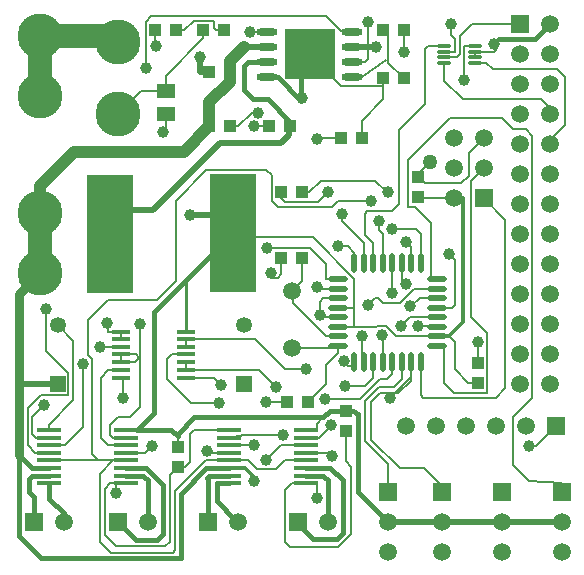
<source format=gtl>
%FSTAX23Y23*%
%MOIN*%
%SFA1B1*%

%IPPOS*%
%ADD10R,0.165350X0.165350*%
%ADD11O,0.070870X0.023620*%
%ADD12R,0.039370X0.043310*%
%ADD13R,0.059060X0.051180*%
%ADD14R,0.084650X0.015750*%
%ADD15R,0.084650X0.015750*%
%ADD16R,0.157480X0.393700*%
%ADD17R,0.043310X0.039370*%
%ADD18O,0.064960X0.021650*%
%ADD19O,0.021650X0.064960*%
%ADD20O,0.049210X0.011810*%
%ADD21R,0.064960X0.011810*%
%ADD22C,0.007870*%
%ADD23C,0.018900*%
%ADD24C,0.015750*%
%ADD25C,0.019690*%
%ADD26C,0.011810*%
%ADD27C,0.039370*%
%ADD28C,0.012600*%
%ADD29C,0.078740*%
%ADD30C,0.031500*%
%ADD31C,0.006300*%
%ADD32C,0.010000*%
%ADD33C,0.053150*%
%ADD34R,0.053150X0.053150*%
%ADD35R,0.059060X0.059060*%
%ADD36C,0.059060*%
%ADD37R,0.059060X0.059060*%
%ADD38C,0.150000*%
%ADD39C,0.059060*%
%ADD40C,0.039370*%
%ADD41C,0.050000*%
%LNpaw7-1*%
%LPD*%
G54D10*
X0304Y0476D03*
G54D11*
X02898Y04835D03*
Y04785D03*
Y04735D03*
Y04685D03*
X03181Y04835D03*
Y04785D03*
Y04735D03*
Y04685D03*
G54D12*
X0316Y03506D03*
Y03573D03*
X034Y04353D03*
Y04286D03*
X036Y03733D03*
Y03666D03*
X026Y03453D03*
Y03386D03*
G54D13*
X0256Y04562D03*
Y04637D03*
G54D14*
X02771Y03509D03*
X02171D03*
G54D15*
X02771Y03483D03*
Y03458D03*
Y03432D03*
Y03407D03*
Y03381D03*
Y03356D03*
Y0333D03*
X03028Y03509D03*
Y03483D03*
Y03458D03*
Y03432D03*
Y03407D03*
Y03381D03*
Y03356D03*
Y0333D03*
X02171Y03483D03*
Y03458D03*
Y03432D03*
Y03407D03*
Y03381D03*
Y03356D03*
Y0333D03*
X02428Y03509D03*
Y03483D03*
Y03458D03*
Y03432D03*
Y03407D03*
Y03381D03*
Y03356D03*
Y0333D03*
G54D16*
X02375Y0416D03*
X02785Y04165D03*
G54D17*
X02973Y0452D03*
X02906D03*
X02773D03*
X02706D03*
X03286Y0484D03*
X03353D03*
X03213Y0448D03*
X03146D03*
X03286Y0468D03*
X03353D03*
X02526Y0484D03*
X02593D03*
X02686D03*
X02753D03*
X02966Y036D03*
X03033D03*
X02946Y0408D03*
X03013D03*
X02946Y043D03*
X03013D03*
X02773Y047D03*
X02706D03*
G54D18*
X03134Y0401D03*
Y03978D03*
Y03947D03*
Y03915D03*
Y03884D03*
Y03852D03*
Y03821D03*
Y03789D03*
X03465D03*
Y03821D03*
Y03852D03*
Y03884D03*
Y03915D03*
Y03947D03*
Y03978D03*
Y0401D03*
G54D19*
X03189Y03734D03*
X03221D03*
X03252D03*
X03284D03*
X03315D03*
X03347D03*
X03378D03*
X0341D03*
Y04065D03*
X03378D03*
X03347D03*
X03315D03*
X03284D03*
X03252D03*
X03221D03*
X03189D03*
G54D20*
X03592Y0473D03*
Y0475D03*
Y04769D03*
Y04789D03*
X03487Y0473D03*
Y0475D03*
Y04769D03*
Y04789D03*
G54D21*
X02629Y03683D03*
Y03708D03*
Y03734D03*
Y0376D03*
Y03785D03*
Y03811D03*
Y03836D03*
X0241Y03683D03*
Y03708D03*
Y03734D03*
Y0376D03*
Y03785D03*
Y03811D03*
Y03836D03*
G54D22*
X0351Y04826D02*
Y0486D01*
Y04826D02*
X03524Y04811D01*
Y04769D02*
Y04811D01*
X03487Y04769D02*
X03524D01*
X0354Y0482D02*
X0358Y0486D01*
X0354Y0476D02*
Y0482D01*
X03259Y03949D02*
X03267D01*
X03235Y03925D02*
X03259Y03949D01*
X03267D02*
X03284Y03932D01*
X03341*
X03189Y03915D02*
Y04011D01*
X0277Y0415D02*
X02785D01*
X0305*
X034Y03855D02*
X03463D01*
X03465Y03852*
X03373Y03886D02*
X03463D01*
X03465Y03884*
X03343Y03856D02*
X03373Y03886D01*
X03375Y0392D02*
X03379D01*
X03407Y03947*
X03465*
X03341Y03932D02*
X03388Y03978D01*
X03465*
X03358Y03995D02*
X0336D01*
X03347Y04005D02*
X03358Y03995D01*
X03215Y0374D02*
Y0382D01*
Y0374D02*
X03221Y03734D01*
X03135Y03851D02*
X03261D01*
X03134Y03852D02*
X03135Y03851D01*
X03261D02*
X03266Y03856D01*
X03293D02*
X03328Y03821D01*
X03266Y03856D02*
X03293D01*
X0328Y03825D02*
X03284Y0382D01*
Y03734D02*
Y0382D01*
X03328Y03821D02*
X03465D01*
X0385Y0457D02*
X0386Y0456D01*
X0381Y0461D02*
X0385Y0457D01*
X03487Y03666D02*
Y03789D01*
X03446Y0401D02*
Y04199D01*
X03168Y03723D02*
X03189D01*
X02984Y03972D02*
Y03976D01*
Y03931D02*
Y03972D01*
X03275Y0363D02*
X03323D01*
X02396Y033D02*
Y0333D01*
X02171Y03509D02*
Y03526D01*
X02419Y03616D02*
Y03683D01*
X03064Y03282D02*
Y0333D01*
X03075Y03904D02*
X03094Y03884D01*
X03012Y04685D02*
X0304D01*
X03063Y03509D02*
Y03527D01*
X034Y0428D02*
X0355D01*
X0366Y04775D02*
Y04795D01*
X03064Y03984D02*
Y03984D01*
X03065Y03985*
X03064Y03984D02*
X0307Y03978D01*
X03134*
X03086Y03947D02*
X03134D01*
X03075Y03936D02*
X03086Y03947D01*
X0291Y0402D02*
Y0403D01*
Y0402D02*
X02915Y04015D01*
X02946Y04028D02*
Y0408D01*
X02933Y04015D02*
X02946Y04028D01*
X02915Y04015D02*
X02933D01*
X03189Y03853D02*
Y03915D01*
X03134D02*
X03189D01*
X0305Y0415D02*
X03189Y04011D01*
X03505Y04095D02*
X03525Y04075D01*
Y03926D02*
Y04075D01*
X03514Y03915D02*
X03525Y03926D01*
X03465Y03915D02*
X03514D01*
X033Y04733D02*
Y0482D01*
Y04733D02*
X03353Y0468D01*
X0255Y04502D02*
X0256Y04512D01*
Y04562*
X03487Y04672D02*
X0355Y0461D01*
X0381*
X03487Y04672D02*
Y0473D01*
X03578Y03886D02*
X03632Y03832D01*
X03578Y04338D02*
X0362Y0438D01*
X03578Y03886D02*
Y04338D01*
X03632Y03633D02*
Y03832D01*
X0352Y03633D02*
X03632D01*
X03465Y03789D02*
X03487D01*
Y03666D02*
X0352Y03633D01*
X0389Y04525D02*
Y04685D01*
X0384Y04475D02*
X0389Y04525D01*
X03865Y0471D02*
X0389Y04685D01*
X0384Y0446D02*
Y04475D01*
X03592Y0473D02*
X03629D01*
X0365Y0471D02*
X03865D01*
X03629Y0473D02*
X0365Y0471D01*
X0357Y0443D02*
X0362Y0448D01*
X0357Y04356D02*
Y0443D01*
X03284Y04065D02*
Y04161D01*
X03271Y04174D02*
Y04206D01*
Y04174D02*
X03284Y04161D01*
X03216Y04685D02*
X03296Y0474D01*
X03181Y04685D02*
X03216D01*
X02945Y03458D02*
X03028D01*
X02896Y03409D02*
X02945Y03458D01*
X0258Y0376D02*
X02629D01*
X02564Y03744D02*
X0258Y0376D01*
X02564Y03678D02*
Y03744D01*
Y03678D02*
X02643Y03599D01*
X02739*
X02771Y03458D02*
X02856D01*
X02629Y03683D02*
X0272D01*
X02744Y03659*
X02368Y03708D02*
X0241D01*
X02368Y03458D02*
X02428D01*
X02343Y03683D02*
X02368Y03708D01*
X02343Y03483D02*
Y03683D01*
Y03483D02*
X02368Y03458D01*
X02341Y03785D02*
X0241D01*
X02284Y03517D02*
Y03728D01*
X02225Y03458D02*
X02284Y03517D01*
X02171Y03458D02*
X02225D01*
X03144Y04839D02*
X03181Y04835D01*
X03095Y04887D02*
X03144Y04839D01*
X03065Y0448D02*
X03146D01*
X03063Y04478D02*
X03065Y0448D01*
X02493Y04868D02*
X02512Y04887D01*
X03095*
X02493Y04714D02*
Y04868D01*
X02721Y04848D02*
X02729Y0484D01*
X02721Y04848D02*
Y04871D01*
X02729Y0484D02*
X02753D01*
X02653Y04871D02*
X02721D01*
X02621Y0484D02*
X02653Y04871D01*
X02593Y0484D02*
X02621D01*
X03233Y04744D02*
Y04869D01*
X03224Y04735D02*
X03233Y04744D01*
X03181Y04735D02*
X03224D01*
X02526Y04789D02*
Y0484D01*
Y04789D02*
X02527Y04789D01*
X02854Y0452D02*
X02906D01*
X0284Y04835D02*
X02898D01*
X02973Y0452D02*
Y04536D01*
X02971Y0452D02*
X02973D01*
X02375Y0416D02*
Y04242D01*
X03168Y0412D02*
X03189Y04098D01*
X03136Y0412D02*
X03168D01*
X03189Y04065D02*
Y04098D01*
X0241Y03811D02*
Y03836D01*
X02368D02*
X0241D01*
X02363Y03865D02*
X02368Y0386D01*
Y03836D02*
Y0386D01*
X02128Y03483D02*
X02171D01*
X02116Y03495D02*
Y03551D01*
X02155Y0359*
X02116Y03495D02*
X02128Y03483D01*
X03555Y04789D02*
X03592D01*
X03555Y04676D02*
Y04789D01*
X03221Y04065D02*
Y04132D01*
X03149Y04204D02*
X03221Y04132D01*
X03149Y04204D02*
Y04227D01*
X03433Y04789D02*
X03487D01*
X03423Y04779D02*
X03433Y04789D01*
X03423Y04595D02*
Y04779D01*
X03337Y04509D02*
X03423Y04595D01*
X03337Y0426D02*
Y04509D01*
X03315Y04238D02*
X03337Y0426D01*
X03223Y04229D02*
X03232Y04238D01*
X03315*
X03223Y04159D02*
Y04229D01*
X03252Y04065D02*
Y0413D01*
X03223Y04159D02*
X03252Y0413D01*
X03378Y04065D02*
Y04117D01*
X03362Y04134D02*
X03378Y04117D01*
X03136Y04273D02*
X03244D01*
X03315Y04177D02*
X03395D01*
X02913Y04272D02*
Y04357D01*
X03115Y04252D02*
X03136Y04273D01*
X02896Y04374D02*
X02913Y04357D01*
X02933Y04252D02*
X03115D01*
X02913Y04272D02*
X02933Y04252D01*
X03412Y04089D02*
Y0416D01*
X03395Y04177D02*
X03412Y0416D01*
X0341Y04088D02*
X03412Y04089D01*
X0341Y04065D02*
Y04088D01*
X02958Y03407D02*
X03028D01*
X02928Y03377D02*
X02958Y03407D01*
X02834D02*
X02864Y03377D01*
X02928*
X02771Y03407D02*
X02834D01*
X02695Y04374D02*
X02896D01*
X02594Y04273D02*
X02695Y04374D01*
X02594Y04005D02*
Y04273D01*
X0253Y03941D02*
X02594Y04005D01*
X02368Y03941D02*
X0253D01*
X02301Y03759D02*
Y03874D01*
Y03759D02*
X02315Y03745D01*
X02301Y03874D02*
X02368Y03941D01*
X02336Y03407D02*
X02386D01*
X02428*
X02315Y03427D02*
Y03745D01*
X02695Y03407D02*
X02771D01*
X02592Y03304D02*
X02695Y03407D01*
X02592Y03107D02*
Y03304D01*
X02583Y03097D02*
X02592Y03107D01*
X02379Y03097D02*
X02583D01*
X02315Y03427D02*
X02336Y03407D01*
X02342Y03363D02*
X02386Y03407D01*
X02342Y03134D02*
Y03363D01*
Y03134D02*
X02379Y03097D01*
X02171Y03407D02*
X02336D01*
X0388Y033D02*
Y03331D01*
X03771Y03339D02*
X0388Y03331D01*
X03718Y03392D02*
X03771Y03339D01*
X03718Y03392D02*
Y03551D01*
X03782Y03615*
Y04488*
X0376Y0451D02*
X03782Y04488D01*
X03717Y0451D02*
X0376D01*
X0368Y04547D02*
X03717Y0451D01*
X03507Y04547D02*
X0368D01*
X03368Y04408D02*
X03507Y04547D01*
X03368Y04253D02*
Y04408D01*
Y04253D02*
X03392D01*
X03446Y04199*
Y0401D02*
X03465D01*
X03259Y04339D02*
X03298Y043D01*
X03077Y04339D02*
X03259D01*
X03013Y043D02*
X03038D01*
X03077Y04339*
X03347Y03677D02*
Y03734D01*
X0332Y0365D02*
X03347Y03677D01*
X033Y033D02*
Y03395D01*
X0327Y0365D02*
X0332D01*
X03225Y03605D02*
X0327Y0365D01*
X03225Y0347D02*
X033Y03395D01*
X03225Y0347D02*
Y03605D01*
X03315Y03696D02*
Y03734D01*
X03297Y03678D02*
X03315Y03696D01*
X03275Y03678D02*
X03297D01*
X03209Y03612D02*
X03275Y03678D01*
X03105Y03432D02*
X03116Y03422D01*
X03091Y03612D02*
X03209D01*
X03028Y03432D02*
X03105D01*
X02959Y0371D02*
X03028D01*
X02857Y03811D02*
X02959Y0371D01*
X02629Y03811D02*
X02857D01*
X02629Y03785D02*
Y03811D01*
X03112Y03523D02*
Y03526D01*
X03072Y03483D02*
X03112Y03523D01*
X03028Y03483D02*
X03072D01*
X03252Y03681D02*
Y03734D01*
X03226Y03655D02*
X03252Y03681D01*
X03157Y03655D02*
X03226D01*
X02629Y03708D02*
X02872D01*
X02928Y03652*
X02629Y03708D02*
Y03734D01*
X02822Y0349D02*
X02951D01*
X02771Y03483D02*
X02822Y0349D01*
X02704Y03432D02*
X02771D01*
X02698Y03439D02*
X02704Y03432D01*
X03189Y03723D02*
Y03734D01*
X03156Y03735D02*
Y03739D01*
Y03735D02*
X03168Y03723D01*
X02492Y03432D02*
X02516Y03456D01*
X02428Y03432D02*
X02492D01*
X03124Y0378D02*
X03134Y03789D01*
Y03764D02*
Y03789D01*
X03095Y03725D02*
X03134Y03764D01*
X03095Y03661D02*
Y03725D01*
X0298Y0378D02*
X03124D01*
X03033Y036D02*
X03095Y03661D01*
X03013Y04005D02*
Y0408D01*
X02984Y03976D02*
X03013Y04005D01*
X03093Y03821D02*
X03134D01*
X0298Y03972D02*
X02984Y03976D01*
Y03931D02*
X03093Y03821D01*
X02476Y03753D02*
Y03862D01*
Y03584D02*
Y03744D01*
X02471Y03748D02*
X02476Y03753D01*
X0246Y0376D02*
X02471Y03748D01*
X02457Y03734D02*
X02471Y03748D01*
X02476Y03744*
X0241Y0376D02*
X0246D01*
X0241Y03734D02*
X02457D01*
X0241D02*
Y0376D01*
X024Y0355D02*
X02442D01*
X02476Y03584*
X02384Y03483D02*
X02428D01*
X02374Y03493D02*
Y03524D01*
X024Y0355*
X02374Y03493D02*
X02384Y03483D01*
X03041Y04116D02*
X03096Y04061D01*
X02897Y04116D02*
X03041D01*
X03096Y0401D02*
Y04061D01*
Y0401D02*
X03134D01*
X02161Y03773D02*
X02236Y03698D01*
Y03625D02*
Y03698D01*
X02143Y03625D02*
X02236D01*
X02161Y03773D02*
Y03913D01*
X021Y03582D02*
X02143Y03625D01*
X02126Y03432D02*
X02171D01*
X021Y03458D02*
Y03582D01*
Y03458D02*
X02126Y03432D01*
X03315Y03964D02*
Y04065D01*
X03347Y04005D02*
Y04065D01*
X03795Y03455D02*
X0386Y0352D01*
X0377Y03455D02*
X03795D01*
X03335Y0363D02*
X03378Y03673D01*
X0342Y0338D02*
X0348Y0332D01*
Y033D02*
Y0332D01*
X0334Y0338D02*
X0342D01*
X03245Y03475D02*
X0334Y0338D01*
X03245Y03475D02*
Y036D01*
X03275Y0363*
X0362Y0428D02*
X03692Y04208D01*
X0366Y03616D02*
X03692Y03648D01*
Y04208*
X0341Y03624D02*
Y03734D01*
X03418Y03616D02*
X0366D01*
X0341Y03624D02*
X03418Y03616D01*
X02965Y04685D02*
X0304Y0476D01*
X02802Y0452D02*
X02848Y04566D01*
X03286Y04612D02*
Y04656D01*
X03144D02*
X03286D01*
X02898Y04685D02*
X02933D01*
X02376Y0333D02*
X02396D01*
X0241Y03683D02*
X02419D01*
X02896Y036D02*
X02966D01*
X0304Y04685D02*
Y0476D01*
X0316Y03404D02*
Y03506D01*
Y03404D02*
X03179Y03385D01*
Y03162D02*
Y03385D01*
X03136Y03119D02*
X03179Y03162D01*
X02975Y03119D02*
X03136D01*
X02958Y03136D02*
X02975Y03119D01*
X02958Y03136D02*
Y03308D01*
X0298Y0333*
X03028*
X03064*
X03213Y04538D02*
X03286Y04612D01*
X03213Y0448D02*
Y04538D01*
X036Y03733D02*
Y03802D01*
X02773Y0452D02*
X02802D01*
X02848Y04566D02*
X02867D01*
X02396Y0333D02*
X02428D01*
X02395Y03299D02*
X02396Y033D01*
X02946Y0428D02*
Y043D01*
Y0428D02*
X02958Y04268D01*
X03069*
X03101Y043*
X0304Y0476D02*
X03144Y04656D01*
X03286D02*
Y0468D01*
X026Y03386D02*
X02624D01*
X02641Y03403*
Y03496*
X02654Y03509*
X02771*
X0256Y04637D02*
Y04689D01*
X02686Y04815*
Y0484*
X02477Y04637D02*
X0256D01*
X024Y0456D02*
X02477Y04637D01*
X026Y03385D02*
Y03386D01*
X02574Y03359D02*
X026Y03385D01*
X02574Y03136D02*
Y03359D01*
X02558Y0312D02*
X02574Y03136D01*
X02396Y0312D02*
X02558D01*
X02358Y03158D02*
X02396Y0312D01*
X02358Y03158D02*
Y03312D01*
X02376Y0333*
X02171Y03509D02*
X02171D01*
X02171Y03526D02*
X02252Y03608D01*
Y03805*
X022Y03858D02*
X02252Y03805D01*
X03094Y03884D02*
X03134D01*
X03075Y03904D02*
Y03936D01*
X03654Y04769D02*
X0366Y04775D01*
X03592Y04769D02*
X03629D01*
X03592Y0475D02*
Y04769D01*
X03353Y04768D02*
Y0484D01*
X034Y0428D02*
Y04286D01*
X03504Y03821D02*
X03523Y03802D01*
Y03712D02*
X03568Y03666D01*
X03523Y03712D02*
Y03802D01*
X03568Y03666D02*
X036D01*
X03063Y03527D02*
X03085Y0355D01*
X03028Y03509D02*
X03063D01*
X02785Y04165D02*
Y04224D01*
X0277Y0415D02*
X02785Y04165D01*
X026Y03488D02*
Y03494D01*
Y03453D02*
Y03488D01*
X02428Y03509D02*
X02464D01*
X03592Y04769D02*
X03654D01*
X0358Y0486D02*
X0374D01*
X0353Y0475D02*
X0354Y0476D01*
X03487Y0475D02*
X0353D01*
X03309Y03616D02*
X03323Y0363D01*
X03335*
X03323D02*
X03378Y03685D01*
Y03673D02*
Y03685D01*
Y03734*
X03544Y0433D02*
X0357Y04356D01*
X034Y04353D02*
X03423Y0433D01*
X03544*
X034Y04353D02*
Y0436D01*
X0344Y044*
G54D23*
X03247Y04785D02*
Y04786D01*
X03181Y04785D02*
X03247D01*
G54D24*
X0273Y0327D02*
Y0333D01*
Y0333*
X02933Y04685D02*
X03012Y04606D01*
Y04685*
X02629Y04009D02*
X02702Y04082D01*
X032Y033D02*
Y0355D01*
X0379Y0481D02*
X0384Y0486D01*
X0367Y0481D02*
X0379D01*
X032Y0355D02*
Y0356D01*
X0316Y03573D02*
X03186D01*
X032Y0356*
X02835Y04735D02*
X02898D01*
X02694Y03381D02*
X02771D01*
X0261Y03296D02*
X02694Y03381D01*
X02113D02*
X02171D01*
X0261Y0308D02*
Y03296D01*
X02145Y0308D02*
X0261D01*
X0207Y03424D02*
X02113Y03381D01*
X0207Y03155D02*
X02145Y0308D01*
X0207Y03155D02*
Y03424D01*
X031Y032D02*
Y0334D01*
X03083Y03356D02*
X031Y0334D01*
X03028Y03356D02*
X03083D01*
X03108Y03381D02*
X0315Y0334D01*
Y03165D02*
Y0334D01*
X03028Y03381D02*
X03108D01*
X0313Y03145D02*
X0315Y03165D01*
X0305Y03145D02*
X0313D01*
X03Y03195D02*
Y032D01*
Y03195D02*
X0305Y03145D01*
X0273Y0333D02*
X02771D01*
X028Y032D02*
Y03205D01*
X02794Y03205D02*
X028Y03205D01*
X0273Y0333D02*
X0273Y0333D01*
X0273Y0327D02*
X02794Y03205D01*
X02703Y03356D02*
X02771D01*
X027Y032D02*
Y03347D01*
X02699Y03347D02*
X02703Y03356D01*
X02699Y03347D02*
X027Y03347D01*
X025Y032D02*
Y0334D01*
X02483Y03356D02*
X025Y0334D01*
X02428Y03356D02*
X02483D01*
X0255Y0316D02*
Y03325D01*
X02493Y03381D02*
X0255Y03325D01*
X0253Y0314D02*
X0255Y0316D01*
X0246Y0314D02*
X0253D01*
X02428Y03381D02*
X02493D01*
X024Y032D02*
X0246Y0314D01*
X0222Y032D02*
Y0323D01*
X02171Y03278D02*
Y0333D01*
Y03278D02*
X0222Y0323D01*
X02116Y03356D02*
X02171D01*
X0212Y032D02*
Y03285D01*
X02105Y03345D02*
X02116Y03356D01*
X02105Y033D02*
X0212Y03285D01*
X02105Y033D02*
Y03345D01*
X0238Y0482D02*
X024Y048D01*
X0282Y0464D02*
X0285Y0461D01*
X029D02*
X02973Y04536D01*
X0285Y0461D02*
X029D01*
X0282Y0464D02*
Y0472D01*
X02835Y04735*
X032Y033D02*
X033Y032D01*
X03109Y03573D02*
X0316D01*
X03085Y0355D02*
X03109Y03573D01*
X02702Y04082D02*
X0277Y0415D01*
X0252Y039D02*
X02629Y04009D01*
X02656Y0355D02*
X03085D01*
X026Y03494D02*
X02656Y0355D01*
X0252Y03565D02*
Y039D01*
X02464Y03509D02*
X0252Y03565D01*
X02464Y03509D02*
X02578D01*
X026Y03488*
G54D25*
X02375Y04242D02*
X02518D01*
X02971Y04492D02*
Y0452D01*
X0264Y04224D02*
X02785D01*
X0282Y04785D02*
X02898D01*
X02072Y03661D02*
X022D01*
X02675Y047D02*
X02706D01*
X02675D02*
Y04752D01*
X02944Y04465D02*
X02971Y04492D01*
X02741Y04465D02*
X02944D01*
X02518Y04242D02*
X02741Y04465D01*
X0368Y032D02*
X0388D01*
X033D02*
X0348D01*
X0368*
G54D26*
X0355Y03867D02*
Y0428D01*
X03655Y04795D02*
X0367Y0481D01*
X03504Y03821D02*
X0355Y03867D01*
X03465Y03821D02*
X03504D01*
G54D27*
X02773Y04738D02*
X0282Y04785D01*
X02773Y047D02*
Y04738D01*
Y04668D02*
Y047D01*
X02706Y04601D02*
X02773Y04668D01*
X02706Y0452D02*
Y04601D01*
X02255Y04435D02*
X02621D01*
X02706Y0452*
X0214Y0432D02*
X02255Y04435D01*
X0214Y0423D02*
Y0432D01*
G54D28*
X02824Y03381D02*
X02853Y03353D01*
Y03337D02*
Y03353D01*
X02771Y03381D02*
X02824D01*
G54D29*
X0214Y0403D02*
Y0423D01*
Y0462D02*
Y0482D01*
X0238*
G54D30*
X0207Y0396D02*
X0214Y0403D01*
X0207Y03424D02*
Y0396D01*
G54D31*
X0384Y0456D02*
X0386D01*
G54D32*
X02629Y03836D02*
Y04009D01*
G54D33*
X0282Y03858D03*
X022D03*
G54D34*
X0282Y03661D03*
X022D03*
G54D35*
X0374Y0486D03*
X0362Y0428D03*
X0388Y033D03*
X0348D03*
X033D03*
X0368D03*
G54D36*
X0384Y0486D03*
X0374Y0476D03*
X0384D03*
X0374Y0466D03*
X0384D03*
X0374Y0456D03*
X0384D03*
X0374Y0446D03*
X0384D03*
X0374Y0436D03*
X0384D03*
X0374Y0426D03*
X0384D03*
X0374Y0416D03*
X0384D03*
X0374Y0406D03*
X0384D03*
X0374Y0396D03*
X0384D03*
X0374Y0386D03*
X0384D03*
X0374Y0376D03*
X0384D03*
X0374Y0366D03*
X0384D03*
X031Y032D03*
X028D03*
X0222D03*
X025D03*
X0352Y0428D03*
X0362Y0438D03*
X0352D03*
X0362Y0448D03*
X0352D03*
X0376Y0352D03*
X0366D03*
X0356D03*
X0346D03*
X0336D03*
X0388Y032D03*
Y031D03*
X0348Y032D03*
Y031D03*
X033Y032D03*
Y031D03*
X0368Y032D03*
Y031D03*
G54D37*
X03Y032D03*
X027D03*
X0212D03*
X024D03*
X0386Y0352D03*
G54D38*
X0214Y0482D03*
Y0403D03*
Y0462D03*
Y0423D03*
X024Y0456D03*
Y048D03*
G54D39*
X0298Y0378D03*
Y03972D03*
G54D40*
X0351Y0486D03*
X03235Y03925D03*
X034Y03855D03*
X03375Y0392D03*
X0336Y03995D03*
X03215Y0382D03*
X0328Y03825D03*
X03343Y03856D03*
X033Y043D03*
X031D03*
X03065Y03985D03*
X0291Y0403D03*
X03075Y0389D03*
X03315Y03964D03*
X03505Y04095D03*
X0255Y045D03*
X02853Y03337D03*
X03271Y04206D03*
X0326Y04785D03*
X02675Y04752D03*
X02896Y03409D03*
X02739Y03599D03*
X02856Y03458D03*
X02744Y03659D03*
X02341Y03785D03*
X02284Y03728D03*
X03063Y04478D03*
X02493Y04714D03*
X03233Y04869D03*
X02527Y04789D03*
X02854Y0452D03*
X0284Y04835D03*
X03136Y0412D03*
X02363Y03865D03*
X02155Y0359D03*
X03555Y04676D03*
X03149Y04227D03*
X03362Y04134D03*
X03244Y04273D03*
X03315Y04177D03*
X03116Y03422D03*
X03091Y03612D03*
X03112Y03526D03*
X03028Y0371D03*
X03157Y03655D03*
X02951Y0349D03*
X02928Y03652D03*
X02698Y03439D03*
X03156Y03739D03*
X02516Y03456D03*
X02476Y03862D03*
X02897Y04116D03*
X02161Y03913D03*
X0377Y03455D03*
X03309Y03616D03*
X02896Y036D03*
X03064Y03282D03*
X02419Y03616D03*
X03015Y04615D03*
X036Y03802D03*
X02867Y04566D03*
X02395Y03299D03*
X03655Y04795D03*
X03353Y04768D03*
X0264Y04224D03*
G54D41*
X0344Y044D03*
M02*
</source>
